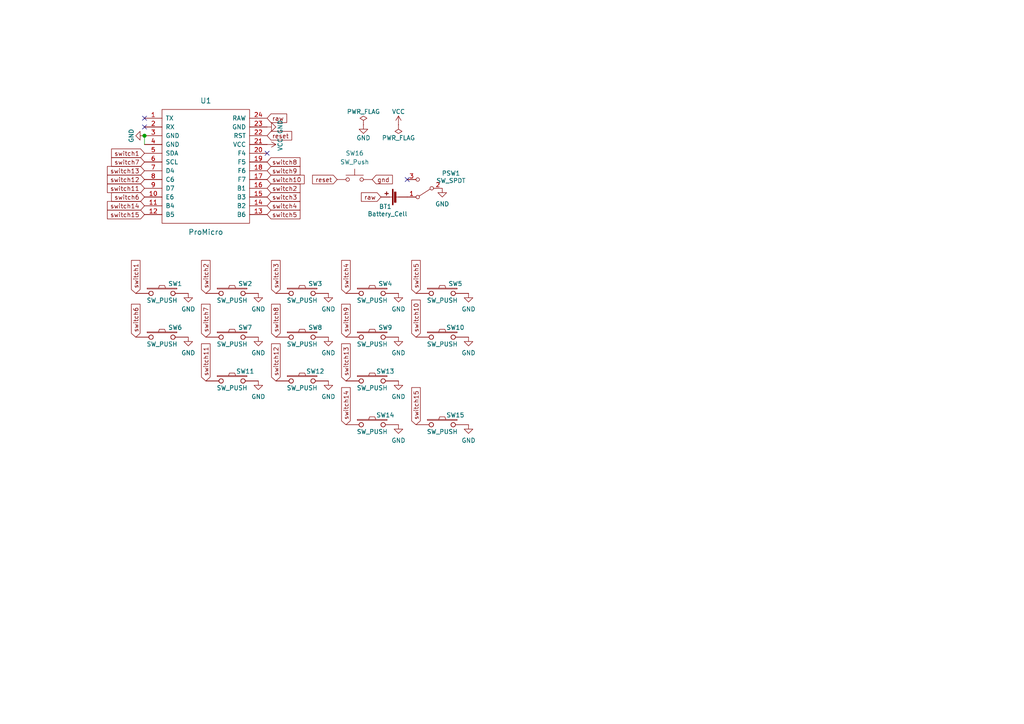
<source format=kicad_sch>
(kicad_sch (version 20211123) (generator eeschema)
  (paper "A4")
  (title_block (title "luna (ルナ)") (date "2022-01-25") (rev "0.3") (company "<3"))
  (lib_symbols
    (symbol "Device:Battery_Cell" (pin_numbers hide) (pin_names (offset 0) hide)
      (property "Reference" "BT" (at 2.54 2.54 0))
      (property "Value" "Battery_Cell" (at 2.54 0 0))
      (symbol "Battery_Cell_0_1"
        (rectangle (start -2.286 1.778) (end 2.286 1.524) (fill (type outline)))
        (rectangle (start -1.5748 1.1938) (end 1.4732 0.6858) (fill (type outline)))
        (polyline (pts (xy 0 0.762) (xy 0 0)))
        (polyline (pts (xy 0 1.778) (xy 0 2.54)))
        (polyline (pts (xy 0.508 3.429) (xy 1.524 3.429)) (stroke (width 0.254)))
        (polyline (pts (xy 1.016 3.937) (xy 1.016 2.921)) (stroke (width 0.254)))
      )
      (symbol "Battery_Cell_1_1"
        (pin passive line (at 0 5.08 270) (length 2.54) (name "+") (number "1"))
        (pin passive line (at 0 -2.54 90) (length 2.54) (name "-") (number "2"))
      )
    )
    (symbol "Switch:SW_Push" (pin_numbers hide) (pin_names (offset 1.016) hide)
      (property "Reference" "SW" (at 1.27 2.54 0))
      (property "Value" "SW_Push" (at 0 -1.524 0))
      (symbol "SW_Push_0_1"
        (circle (center -2.032 0) (radius 0.508))
        (polyline (pts (xy 0 1.27) (xy 0 3.048)))
        (polyline (pts (xy 2.54 1.27) (xy -2.54 1.27)))
        (circle (center 2.032 0) (radius 0.508))
        (pin passive line (at -5.08 0 0) (length 2.54) (name "1") (number "1"))
        (pin passive line (at 5.08 0 180) (length 2.54) (name "2") (number "2"))
      )
    )
    (symbol "Switch:SW_SPDT" (pin_names (offset 0) hide)
      (property "Reference" "SW" (at 0 4.318 0))
      (property "Value" "SW_SPDT" (at 0 -5.08 0))
      (symbol "SW_SPDT_0_0"
        (circle (center -2.032 0) (radius 0.508))
        (circle (center 2.032 -2.54) (radius 0.508))
      )
      (symbol "SW_SPDT_0_1"
        (polyline (pts (xy -1.524 0.254) (xy 1.651 2.286)))
        (circle (center 2.032 2.54) (radius 0.508))
      )
      (symbol "SW_SPDT_1_1"
        (pin passive line (at 5.08 2.54 180) (length 2.54) (name "A") (number "1"))
        (pin passive line (at -5.08 0 0) (length 2.54) (name "B") (number "2"))
        (pin passive line (at 5.08 -2.54 180) (length 2.54) (name "C") (number "3"))
      )
    )
    (symbol "bugs:ProMicro-kbd" (pin_names (offset 1.016))
      (property "Reference" "U" (at 0 24.13 0))
      (property "Value" "ProMicro-kbd" (at 0 -13.97 0))
      (symbol "ProMicro-kbd_0_1"
        (rectangle (start -12.7 21.59) (end 12.7 -11.43))
      )
      (symbol "ProMicro-kbd_1_1"
        (pin bidirectional line (at -17.78 19.05 0) (length 5.08) (name "TX") (number "1"))
        (pin bidirectional line (at -17.78 -3.81 0) (length 5.08) (name "E6") (number "10"))
        (pin bidirectional line (at -17.78 -6.35 0) (length 5.08) (name "B4") (number "11"))
        (pin bidirectional line (at -17.78 -8.89 0) (length 5.08) (name "B5") (number "12"))
        (pin bidirectional line (at 17.78 -8.89 180) (length 5.08) (name "B6") (number "13"))
        (pin bidirectional line (at 17.78 -6.35 180) (length 5.08) (name "B2") (number "14"))
        (pin bidirectional line (at 17.78 -3.81 180) (length 5.08) (name "B3") (number "15"))
        (pin bidirectional line (at 17.78 -1.27 180) (length 5.08) (name "B1") (number "16"))
        (pin bidirectional line (at 17.78 1.27 180) (length 5.08) (name "F7") (number "17"))
        (pin bidirectional line (at 17.78 3.81 180) (length 5.08) (name "F6") (number "18"))
        (pin bidirectional line (at 17.78 6.35 180) (length 5.08) (name "F5") (number "19"))
        (pin bidirectional line (at -17.78 16.51 0) (length 5.08) (name "RX") (number "2"))
        (pin bidirectional line (at 17.78 8.89 180) (length 5.08) (name "F4") (number "20"))
        (pin power_in line (at 17.78 11.43 180) (length 5.08) (name "VCC") (number "21"))
        (pin input line (at 17.78 13.97 180) (length 5.08) (name "RST") (number "22"))
        (pin power_in line (at 17.78 16.51 180) (length 5.08) (name "GND") (number "23"))
        (pin power_out line (at 17.78 19.05 180) (length 5.08) (name "RAW") (number "24"))
        (pin power_in line (at -17.78 13.97 0) (length 5.08) (name "GND") (number "3"))
        (pin power_in line (at -17.78 11.43 0) (length 5.08) (name "GND") (number "4"))
        (pin bidirectional line (at -17.78 8.89 0) (length 5.08) (name "SDA") (number "5"))
        (pin bidirectional line (at -17.78 6.35 0) (length 5.08) (name "SCL") (number "6"))
        (pin bidirectional line (at -17.78 3.81 0) (length 5.08) (name "D4") (number "7"))
        (pin bidirectional line (at -17.78 1.27 0) (length 5.08) (name "C6") (number "8"))
        (pin bidirectional line (at -17.78 -1.27 0) (length 5.08) (name "D7") (number "9"))
      )
    )
    (symbol "bugs:SW_PUSH-kbd" (pin_numbers hide) (pin_names (offset 1.016) hide)
      (property "Reference" "SW" (at 3.81 2.794 0))
      (property "Value" "SW_PUSH-kbd" (at 0 -2.032 0))
      (symbol "SW_PUSH-kbd_0_1"
        (rectangle (start -4.318 1.27) (end 4.318 1.524))
        (polyline (pts (xy -1.016 1.524) (xy -0.762 2.286) (xy 0.762 2.286) (xy 1.016 1.524)))
        (pin passive inverted (at -7.62 0 0) (length 5.08) (name "1") (number "1"))
        (pin passive inverted (at 7.62 0 180) (length 5.08) (name "2") (number "2"))
      )
    )
    (symbol "knott:SW_PUSH-kbd" (pin_numbers hide) (pin_names (offset 1.016) hide)
      (property "Reference" "SW" (at 3.81 2.794 0))
      (property "Value" "SW_PUSH-kbd" (at 0 -2.032 0))
      (symbol "SW_PUSH-kbd_0_1"
        (rectangle (start -4.318 1.27) (end 4.318 1.524))
        (polyline (pts (xy -1.016 1.524) (xy -0.762 2.286) (xy 0.762 2.286) (xy 1.016 1.524)))
        (pin passive inverted (at -7.62 0 0) (length 5.08) (name "1") (number "1"))
        (pin passive inverted (at 7.62 0 180) (length 5.08) (name "2") (number "2"))
      )
    )
    (symbol "power:GND" (power) (pin_names (offset 0))
      (property "Value" "GND" (at 0 -3.81 0))
      (symbol "GND_0_1"
        (polyline (pts (xy 0 0) (xy 0 -1.27) (xy 1.27 -1.27) (xy 0 -2.54) (xy -1.27 -1.27) (xy 0 -1.27)))
      )
      (symbol "GND_1_1"
        (pin power_in line (at 0 0 270) (length 0) hide (name "GND") (number "1"))
      )
    )
    (symbol "power:PWR_FLAG" (power) (pin_numbers hide) (pin_names (offset 0) hide)
      (property "Value" "PWR_FLAG" (at 0 3.81 0))
      (symbol "PWR_FLAG_0_0"
        (pin power_out line (at 0 0 90) (length 0) (name "pwr") (number "1"))
      )
      (symbol "PWR_FLAG_0_1"
        (polyline (pts (xy 0 0) (xy 0 1.27) (xy -1.016 1.905) (xy 0 2.54) (xy 1.016 1.905) (xy 0 1.27)))
      )
    )
    (symbol "power:VCC" (power) (pin_names (offset 0))
      (property "Value" "VCC" (at 0 3.81 0))
      (symbol "VCC_0_1"
        (polyline (pts (xy -0.762 1.27) (xy 0 2.54)))
        (polyline (pts (xy 0 0) (xy 0 2.54)))
        (polyline (pts (xy 0 2.54) (xy 0.762 1.27)))
      )
      (symbol "VCC_1_1"
        (pin power_in line (at 0 0 90) (length 0) hide (name "VCC") (number "1"))
      )
    )
  )
  (junction (at 41.91 39.37) (diameter 1.016))
  (no_connect (at 118.11 52.07))
  (no_connect (at 41.91 34.29))
  (no_connect (at 41.91 36.83))
  (no_connect (at 77.47 44.45))
  (wire (pts (xy 41.91 39.37) (xy 41.91 41.91)))
  (global_label "reset" (shape input) (at 77.47 39.37 0) (property "Intersheet References" "${INTERSHEET_REFS}" (effects hide)))
  (global_label "switch3" (shape input) (at 77.47 57.15 0) (property "Intersheet References" "${INTERSHEET_REFS}" (effects hide)))
  (global_label "switch11" (shape input) (at 59.69 110.49 90) (property "Intersheet References" "${INTERSHEET_REFS}" (effects hide)))
  (global_label "switch5" (shape input) (at 77.47 62.23 0) (property "Intersheet References" "${INTERSHEET_REFS}" (effects hide)))
  (global_label "switch12" (shape input) (at 41.91 52.07 180) (property "Intersheet References" "${INTERSHEET_REFS}" (effects hide)))
  (global_label "switch11" (shape input) (at 41.91 54.61 180) (property "Intersheet References" "${INTERSHEET_REFS}" (effects hide)))
  (global_label "switch12" (shape input) (at 80.01 110.49 90) (property "Intersheet References" "${INTERSHEET_REFS}" (effects hide)))
  (global_label "switch13" (shape input) (at 100.33 110.49 90) (property "Intersheet References" "${INTERSHEET_REFS}" (effects hide)))
  (global_label "gnd" (shape input) (at 107.95 52.07 0) (property "Intersheet References" "${INTERSHEET_REFS}" (effects hide)))
  (global_label "switch7" (shape input) (at 59.69 97.79 90) (property "Intersheet References" "${INTERSHEET_REFS}" (effects hide)))
  (global_label "switch4" (shape input) (at 77.47 59.69 0) (property "Intersheet References" "${INTERSHEET_REFS}" (effects hide)))
  (global_label "raw" (shape input) (at 77.47 34.29 0) (property "Intersheet References" "${INTERSHEET_REFS}" (effects hide)))
  (global_label "reset" (shape input) (at 97.79 52.07 180) (property "Intersheet References" "${INTERSHEET_REFS}" (effects hide)))
  (global_label "switch7" (shape input) (at 41.91 46.99 180) (property "Intersheet References" "${INTERSHEET_REFS}" (effects hide)))
  (global_label "switch13" (shape input) (at 41.91 49.53 180) (property "Intersheet References" "${INTERSHEET_REFS}" (effects hide)))
  (global_label "switch15" (shape input) (at 41.91 62.23 180) (property "Intersheet References" "${INTERSHEET_REFS}" (effects hide)))
  (global_label "switch9" (shape input) (at 100.33 97.79 90) (property "Intersheet References" "${INTERSHEET_REFS}" (effects hide)))
  (global_label "switch14" (shape input) (at 41.91 59.69 180) (property "Intersheet References" "${INTERSHEET_REFS}" (effects hide)))
  (global_label "switch1" (shape input) (at 39.37 85.09 90) (property "Intersheet References" "${INTERSHEET_REFS}" (effects hide)))
  (global_label "switch14" (shape input) (at 100.33 123.19 90) (property "Intersheet References" "${INTERSHEET_REFS}" (effects hide)))
  (global_label "switch15" (shape input) (at 120.65 123.19 90) (property "Intersheet References" "${INTERSHEET_REFS}" (effects hide)))
  (global_label "switch3" (shape input) (at 80.01 85.09 90) (property "Intersheet References" "${INTERSHEET_REFS}" (effects hide)))
  (global_label "raw" (shape input) (at 110.49 57.15 180) (property "Intersheet References" "${INTERSHEET_REFS}" (effects hide)))
  (global_label "switch9" (shape input) (at 77.47 49.53 0) (property "Intersheet References" "${INTERSHEET_REFS}" (effects hide)))
  (global_label "switch8" (shape input) (at 80.01 97.79 90) (property "Intersheet References" "${INTERSHEET_REFS}" (effects hide)))
  (global_label "switch5" (shape input) (at 120.65 85.09 90) (property "Intersheet References" "${INTERSHEET_REFS}" (effects hide)))
  (global_label "switch2" (shape input) (at 77.47 54.61 0) (property "Intersheet References" "${INTERSHEET_REFS}" (effects hide)))
  (global_label "switch8" (shape input) (at 77.47 46.99 0) (property "Intersheet References" "${INTERSHEET_REFS}" (effects hide)))
  (global_label "switch2" (shape input) (at 59.69 85.09 90) (property "Intersheet References" "${INTERSHEET_REFS}" (effects hide)))
  (global_label "switch6" (shape input) (at 39.37 97.79 90) (property "Intersheet References" "${INTERSHEET_REFS}" (effects hide)))
  (global_label "switch1" (shape input) (at 41.91 44.45 180) (property "Intersheet References" "${INTERSHEET_REFS}" (effects hide)))
  (global_label "switch6" (shape input) (at 41.91 57.15 180) (property "Intersheet References" "${INTERSHEET_REFS}" (effects hide)))
  (global_label "switch4" (shape input) (at 100.33 85.09 90) (property "Intersheet References" "${INTERSHEET_REFS}" (effects hide)))
  (global_label "switch10" (shape input) (at 120.65 97.79 90) (property "Intersheet References" "${INTERSHEET_REFS}" (effects hide)))
  (global_label "switch10" (shape input) (at 77.47 52.07 0) (property "Intersheet References" "${INTERSHEET_REFS}" (effects hide)))
  (symbol (lib_id "bugs:ProMicro-kbd") (at 59.69 53.34 0) (unit 1)
    (property "Reference" "U1" (at 59.69 29.21 0) (effects (font (size 1.524 1.524))))
    (property "Value" "ProMicro" (at 59.69 67.31 0) (effects (font (size 1.524 1.524))))
    (property "Footprint" "bugs:ProMicro_jumpers" (effects hide))
  )
  (symbol (lib_id "bugs:SW_PUSH-kbd") (at 46.99 85.09 0) (unit 1)
    (property "Reference" "SW1" (at 50.8 82.296 0))
    (property "Value" "SW_PUSH" (at 46.99 87.122 0))
    (property "Footprint" "bugs:Choc_reversible" (effects hide))
  )
  (symbol (lib_id "knott:SW_PUSH-kbd") (at 67.31 85.09 0) (unit 1)
    (property "Reference" "SW2" (at 71.12 82.296 0))
    (property "Value" "SW_PUSH" (at 67.31 87.122 0))
    (property "Footprint" "bugs:Choc_reversible" (effects hide))
  )
  (symbol (lib_id "knott:SW_PUSH-kbd") (at 87.63 85.09 0) (unit 1)
    (property "Reference" "SW3" (at 91.44 82.296 0))
    (property "Value" "SW_PUSH" (at 87.63 87.122 0))
    (property "Footprint" "bugs:Choc_reversible" (effects hide))
  )
  (symbol (lib_id "knott:SW_PUSH-kbd") (at 107.95 85.09 0) (unit 1)
    (property "Reference" "SW4" (at 111.76 82.296 0))
    (property "Value" "SW_PUSH" (at 107.95 87.122 0))
    (property "Footprint" "bugs:Choc_reversible" (effects hide))
  )
  (symbol (lib_id "knott:SW_PUSH-kbd") (at 128.27 85.09 0) (unit 1)
    (property "Reference" "SW5" (at 132.08 82.296 0))
    (property "Value" "SW_PUSH" (at 128.27 87.122 0))
    (property "Footprint" "bugs:Choc_reversible" (effects hide))
  )
  (symbol (lib_id "knott:SW_PUSH-kbd") (at 46.99 97.79 0) (unit 1)
    (property "Reference" "SW6" (at 50.8 94.996 0))
    (property "Value" "SW_PUSH" (at 46.99 99.822 0))
    (property "Footprint" "bugs:Choc_reversible" (effects hide))
  )
  (symbol (lib_id "knott:SW_PUSH-kbd") (at 67.31 97.79 0) (unit 1)
    (property "Reference" "SW7" (at 71.12 94.996 0))
    (property "Value" "SW_PUSH" (at 67.31 99.822 0))
    (property "Footprint" "bugs:Choc_reversible" (effects hide))
  )
  (symbol (lib_id "knott:SW_PUSH-kbd") (at 87.63 97.79 0) (unit 1)
    (property "Reference" "SW8" (at 91.44 94.996 0))
    (property "Value" "SW_PUSH" (at 87.63 99.822 0))
    (property "Footprint" "bugs:Choc_reversible" (effects hide))
  )
  (symbol (lib_id "knott:SW_PUSH-kbd") (at 107.95 97.79 0) (unit 1)
    (property "Reference" "SW9" (at 111.76 94.996 0))
    (property "Value" "SW_PUSH" (at 107.95 99.822 0))
    (property "Footprint" "bugs:Choc_reversible" (effects hide))
  )
  (symbol (lib_id "knott:SW_PUSH-kbd") (at 128.27 97.79 0) (unit 1)
    (property "Reference" "SW10" (at 132.08 94.996 0))
    (property "Value" "SW_PUSH" (at 128.27 99.822 0))
    (property "Footprint" "bugs:Choc_reversible" (effects hide))
  )
  (symbol (lib_id "knott:SW_PUSH-kbd") (at 67.31 110.49 0) (unit 1)
    (property "Reference" "SW11" (at 71.12 107.696 0))
    (property "Value" "SW_PUSH" (at 67.31 112.522 0))
    (property "Footprint" "bugs:Choc_reversible" (effects hide))
  )
  (symbol (lib_id "knott:SW_PUSH-kbd") (at 87.63 110.49 0) (unit 1)
    (property "Reference" "SW12" (at 91.44 107.696 0))
    (property "Value" "SW_PUSH" (at 87.63 112.522 0))
    (property "Footprint" "bugs:Choc_reversible" (effects hide))
  )
  (symbol (lib_id "knott:SW_PUSH-kbd") (at 107.95 110.49 0) (unit 1)
    (property "Reference" "SW13" (at 111.76 107.696 0))
    (property "Value" "SW_PUSH" (at 107.95 112.522 0))
    (property "Footprint" "bugs:Choc_reversible" (effects hide))
  )
  (symbol (lib_id "knott:SW_PUSH-kbd") (at 107.95 123.19 0) (unit 1)
    (property "Reference" "SW14" (at 111.76 120.396 0))
    (property "Value" "SW_PUSH" (at 107.95 125.222 0))
    (property "Footprint" "bugs:Choc_reversible" (effects hide))
  )
  (symbol (lib_id "knott:SW_PUSH-kbd") (at 128.27 123.19 0) (unit 1)
    (property "Reference" "SW15" (at 132.08 120.396 0))
    (property "Value" "SW_PUSH" (at 128.27 125.222 0))
    (property "Footprint" "bugs:Choc_reversible" (effects hide))
  )
  (symbol (lib_id "power:GND") (at 77.47 36.83 90) (unit 1)
    (property "Reference" "#PWR01" (effects hide))
    (property "Value" "GND" (at 81.28 36.83 0))
  )
  (symbol (lib_id "power:VCC") (at 77.47 41.91 270) (unit 1)
    (property "Reference" "#PWR023" (effects hide))
    (property "Value" "VCC" (at 81.28 41.91 0))
  )
  (symbol (lib_id "power:GND") (at 41.91 39.37 270) (unit 1)
    (property "Reference" "#PWR02" (effects hide))
    (property "Value" "GND" (at 38.1 39.37 0))
  )
  (symbol (lib_id "power:GND") (at 105.41 36.195 0) (unit 1)
    (property "Reference" "#PWR03" (effects hide))
    (property "Value" "GND" (at 105.41 40.005 0))
  )
  (symbol (lib_id "power:VCC") (at 115.57 36.195 0) (unit 1)
    (property "Reference" "#PWR04" (effects hide))
    (property "Value" "VCC" (at 115.57 32.385 0))
  )
  (symbol (lib_id "power:PWR_FLAG") (at 115.57 36.195 180) (unit 1)
    (property "Reference" "#FLG05" (effects hide))
    (property "Value" "PWR_FLAG" (at 115.57 40.005 0))
  )
  (symbol (lib_id "power:PWR_FLAG") (at 105.41 36.195 0) (unit 1)
    (property "Reference" "#FLG06" (effects hide))
    (property "Value" "PWR_FLAG" (at 105.41 32.385 0))
  )
  (symbol (lib_id "Switch:SW_SPDT") (at 123.19 54.61 180) (unit 1)
    (property "Reference" "PSW1" (at 130.81 50.2624 0))
    (property "Value" "SW_SPDT" (at 130.81 52.4025 0))
    (property "Footprint" "bugs:Power_reversible" (effects hide))
  )
  (symbol (lib_id "power:GND") (at 115.57 123.19 0) (unit 1)
    (property "Reference" "#PWR0112" (effects hide))
    (property "Value" "GND" (at 115.57 127.7526 0))
  )
  (symbol (lib_id "power:GND") (at 74.93 97.79 0) (unit 1)
    (property "Reference" "#PWR0103" (effects hide))
    (property "Value" "GND" (at 74.93 102.3526 0))
  )
  (symbol (lib_id "power:GND") (at 135.89 123.19 0) (unit 1)
    (property "Reference" "#PWR0113" (effects hide))
    (property "Value" "GND" (at 135.89 127.7526 0))
  )
  (symbol (lib_id "power:GND") (at 115.57 110.49 0) (unit 1)
    (property "Reference" "#PWR0115" (effects hide))
    (property "Value" "GND" (at 115.57 115.0526 0))
  )
  (symbol (lib_id "power:GND") (at 95.25 97.79 0) (unit 1)
    (property "Reference" "#PWR0117" (effects hide))
    (property "Value" "GND" (at 95.25 102.3526 0))
  )
  (symbol (lib_id "power:GND") (at 54.61 85.09 0) (unit 1)
    (property "Reference" "#PWR0105" (effects hide))
    (property "Value" "GND" (at 54.61 89.6526 0))
  )
  (symbol (lib_id "power:GND") (at 95.25 110.49 0) (unit 1)
    (property "Reference" "#PWR0116" (effects hide))
    (property "Value" "GND" (at 95.25 115.0526 0))
  )
  (symbol (lib_id "power:GND") (at 128.27 54.61 0) (unit 1)
    (property "Reference" "#PWR0101" (effects hide))
    (property "Value" "GND" (at 128.27 59.1726 0))
  )
  (symbol (lib_id "power:GND") (at 54.61 97.79 0) (unit 1)
    (property "Reference" "#PWR0107" (effects hide))
    (property "Value" "GND" (at 54.61 102.3526 0))
  )
  (symbol (lib_id "power:GND") (at 115.57 97.79 0) (unit 1)
    (property "Reference" "#PWR0109" (effects hide))
    (property "Value" "GND" (at 115.57 102.3526 0))
  )
  (symbol (lib_id "power:GND") (at 74.93 110.49 0) (unit 1)
    (property "Reference" "#PWR0102" (effects hide))
    (property "Value" "GND" (at 74.93 115.0526 0))
  )
  (symbol (lib_id "Switch:SW_Push") (at 102.87 52.07 0) (unit 1)
    (property "Reference" "SW16" (at 102.87 44.45 0))
    (property "Value" "SW_Push" (at 102.87 46.99 0))
    (property "Footprint" "kbd:ResetSW" (effects hide))
  )
  (symbol (lib_id "power:GND") (at 74.93 85.09 0) (unit 1)
    (property "Reference" "#PWR0104" (effects hide))
    (property "Value" "GND" (at 74.93 89.6526 0))
  )
  (symbol (lib_id "power:GND") (at 115.57 85.09 0) (unit 1)
    (property "Reference" "#PWR0108" (effects hide))
    (property "Value" "GND" (at 115.57 89.6526 0))
  )
  (symbol (lib_id "Device:Battery_Cell") (at 115.57 57.15 90) (unit 1)
    (property "Reference" "BT1" (at 111.76 59.9144 90))
    (property "Value" "Battery_Cell" (at 112.395 62.0545 90))
    (property "Footprint" "bugs:Battery_pads_reversible" (effects hide))
  )
  (symbol (lib_id "power:GND") (at 135.89 85.09 0) (unit 1)
    (property "Reference" "#PWR0110" (effects hide))
    (property "Value" "GND" (at 135.89 89.6526 0))
  )
  (symbol (lib_id "power:GND") (at 95.25 85.09 0) (unit 1)
    (property "Reference" "#PWR0114" (effects hide))
    (property "Value" "GND" (at 95.25 89.6526 0))
  )
  (symbol (lib_id "power:GND") (at 135.89 97.79 0) (unit 1)
    (property "Reference" "#PWR0111" (effects hide))
    (property "Value" "GND" (at 135.89 102.3526 0))
  )
)
</source>
